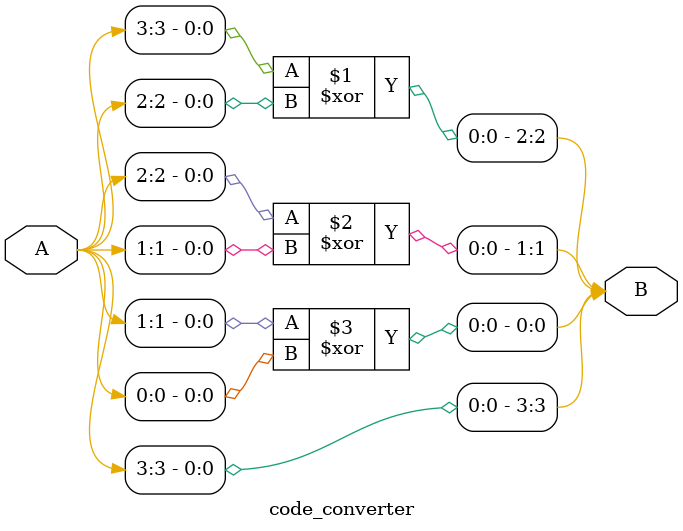
<source format=v>
module code_converter(A,B);
input[3:0]A;
output[3:0]B;
assign B[3] = A[3];
assign B[2] = A[3]^A[2];
assign B[1] = A[2]^A[1];
assign B[0] = A[1]^A[0];
endmodule
</source>
